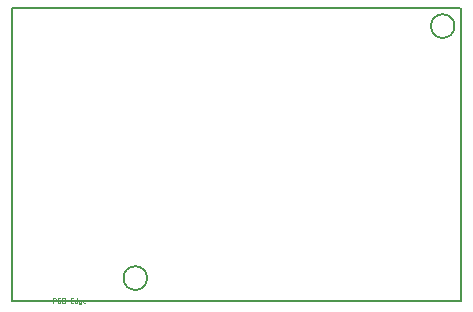
<source format=gbr>
G04 #@! TF.GenerationSoftware,KiCad,Pcbnew,(5.0.0)*
G04 #@! TF.CreationDate,2019-01-26T11:16:20+03:00*
G04 #@! TF.ProjectId,stm32mc,73746D33326D632E6B696361645F7063,rev?*
G04 #@! TF.SameCoordinates,Original*
G04 #@! TF.FileFunction,Drawing*
%FSLAX46Y46*%
G04 Gerber Fmt 4.6, Leading zero omitted, Abs format (unit mm)*
G04 Created by KiCad (PCBNEW (5.0.0)) date 01/26/19 11:16:20*
%MOMM*%
%LPD*%
G01*
G04 APERTURE LIST*
%ADD10C,0.150000*%
%ADD11C,0.040000*%
G04 APERTURE END LIST*
D10*
X58531000Y-19050000D02*
G75*
G03X58531000Y-19050000I-1000000J0D01*
G01*
X32512000Y-40386000D02*
G75*
G03X32512000Y-40386000I-1000000J0D01*
G01*
X59055000Y-42291000D02*
X59055000Y-17526000D01*
X59024000Y-17507000D02*
X21082000Y-17526000D01*
X21082000Y-42291000D02*
X59055000Y-42291000D01*
X21082000Y-17526000D02*
X21082000Y-42291000D01*
G04 #@! TO.C,J7*
D11*
X24536571Y-42474952D02*
X24536571Y-42074952D01*
X24688952Y-42074952D01*
X24727047Y-42094000D01*
X24746095Y-42113047D01*
X24765142Y-42151142D01*
X24765142Y-42208285D01*
X24746095Y-42246380D01*
X24727047Y-42265428D01*
X24688952Y-42284476D01*
X24536571Y-42284476D01*
X25165142Y-42436857D02*
X25146095Y-42455904D01*
X25088952Y-42474952D01*
X25050857Y-42474952D01*
X24993714Y-42455904D01*
X24955619Y-42417809D01*
X24936571Y-42379714D01*
X24917523Y-42303523D01*
X24917523Y-42246380D01*
X24936571Y-42170190D01*
X24955619Y-42132095D01*
X24993714Y-42094000D01*
X25050857Y-42074952D01*
X25088952Y-42074952D01*
X25146095Y-42094000D01*
X25165142Y-42113047D01*
X25469904Y-42265428D02*
X25527047Y-42284476D01*
X25546095Y-42303523D01*
X25565142Y-42341619D01*
X25565142Y-42398761D01*
X25546095Y-42436857D01*
X25527047Y-42455904D01*
X25488952Y-42474952D01*
X25336571Y-42474952D01*
X25336571Y-42074952D01*
X25469904Y-42074952D01*
X25508000Y-42094000D01*
X25527047Y-42113047D01*
X25546095Y-42151142D01*
X25546095Y-42189238D01*
X25527047Y-42227333D01*
X25508000Y-42246380D01*
X25469904Y-42265428D01*
X25336571Y-42265428D01*
X26041333Y-42265428D02*
X26174666Y-42265428D01*
X26231809Y-42474952D02*
X26041333Y-42474952D01*
X26041333Y-42074952D01*
X26231809Y-42074952D01*
X26574666Y-42474952D02*
X26574666Y-42074952D01*
X26574666Y-42455904D02*
X26536571Y-42474952D01*
X26460380Y-42474952D01*
X26422285Y-42455904D01*
X26403238Y-42436857D01*
X26384190Y-42398761D01*
X26384190Y-42284476D01*
X26403238Y-42246380D01*
X26422285Y-42227333D01*
X26460380Y-42208285D01*
X26536571Y-42208285D01*
X26574666Y-42227333D01*
X26936571Y-42208285D02*
X26936571Y-42532095D01*
X26917523Y-42570190D01*
X26898476Y-42589238D01*
X26860380Y-42608285D01*
X26803238Y-42608285D01*
X26765142Y-42589238D01*
X26936571Y-42455904D02*
X26898476Y-42474952D01*
X26822285Y-42474952D01*
X26784190Y-42455904D01*
X26765142Y-42436857D01*
X26746095Y-42398761D01*
X26746095Y-42284476D01*
X26765142Y-42246380D01*
X26784190Y-42227333D01*
X26822285Y-42208285D01*
X26898476Y-42208285D01*
X26936571Y-42227333D01*
X27279428Y-42455904D02*
X27241333Y-42474952D01*
X27165142Y-42474952D01*
X27127047Y-42455904D01*
X27108000Y-42417809D01*
X27108000Y-42265428D01*
X27127047Y-42227333D01*
X27165142Y-42208285D01*
X27241333Y-42208285D01*
X27279428Y-42227333D01*
X27298476Y-42265428D01*
X27298476Y-42303523D01*
X27108000Y-42341619D01*
G04 #@! TD*
M02*

</source>
